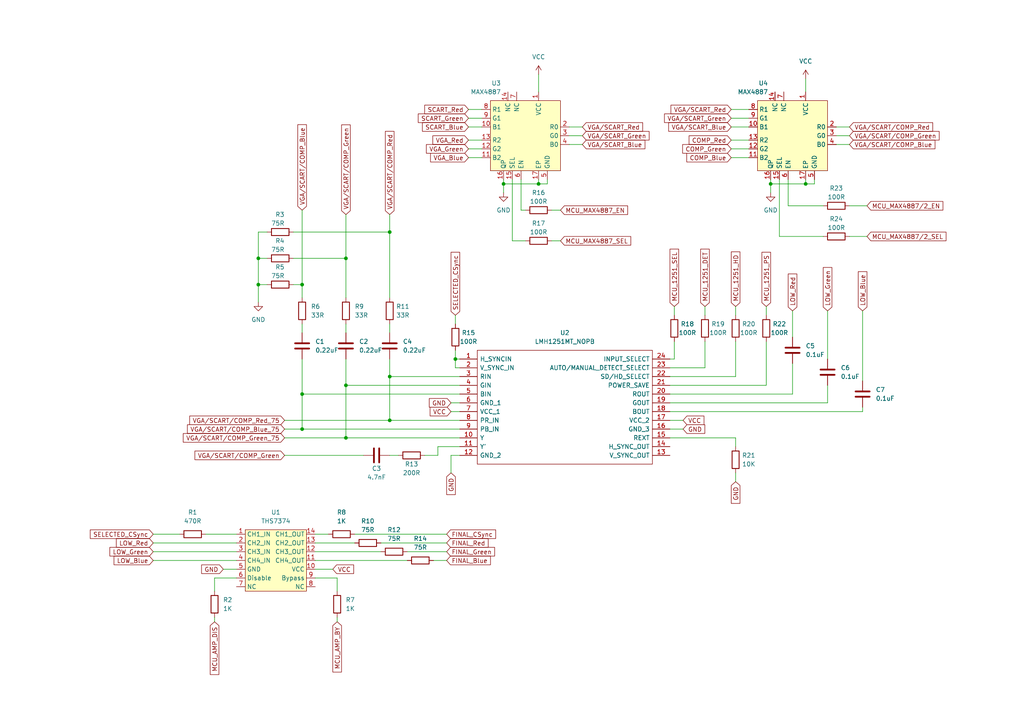
<source format=kicad_sch>
(kicad_sch (version 20211123) (generator eeschema)
  (paper "A4")
  (title_block (title "RT5XP-EXP") (date "2023-04-07") (rev "V1.1") (company "Artjom Eske"))
  (lib_symbols
    (symbol "AE:MAX4887"
      (property "Reference" "U" (at -12.7 13.97 0))
      (property "Value" "MAX4887" (at -12.7 11.43 0))
      (symbol "MAX4887_0_1"
        (rectangle (start -10.16 10.16) (end 10.16 -10.16) (fill (type background)))
      )
      (symbol "MAX4887_1_1"
        (pin input line (at -3.81 12.7 270) (length 2.54) (name "VCC") (number "1"))
        (pin input line (at 12.7 2.54 180) (length 2.54) (name "B1") (number "10"))
        (pin input line (at 12.7 -6.35 180) (length 2.54) (name "B2") (number "11"))
        (pin input line (at 12.7 -3.81 180) (length 2.54) (name "G2") (number "12"))
        (pin input line (at 12.7 -1.27 180) (length 2.54) (name "R2") (number "13"))
        (pin input line (at 5.08 12.7 270) (length 2.54) (name "NC") (number "14"))
        (pin input line (at 3.81 -12.7 90) (length 2.54) (name "SEL") (number "15"))
        (pin input line (at 6.35 -12.7 90) (length 2.54) (name "QP") (number "16"))
        (pin input line (at -3.81 -12.7 90) (length 2.54) (name "EP") (number "17"))
        (pin input line (at -12.7 2.54 0) (length 2.54) (name "R0") (number "2"))
        (pin input line (at -12.7 0 0) (length 2.54) (name "G0") (number "3"))
        (pin input line (at -12.7 -2.54 0) (length 2.54) (name "B0") (number "4"))
        (pin input line (at -6.35 -12.7 90) (length 2.54) (name "GND") (number "5"))
        (pin input line (at 1.27 -12.7 90) (length 2.54) (name "EN") (number "6"))
        (pin input line (at 2.54 12.7 270) (length 2.54) (name "NC") (number "7"))
        (pin input line (at 12.7 7.62 180) (length 2.54) (name "R1") (number "8"))
        (pin input line (at 12.7 5.08 180) (length 2.54) (name "G1") (number "9"))
      )
    )
    (symbol "AE:THS7374"
      (property "Reference" "U" (at 0 12.065 0))
      (property "Value" "THS7374" (at 0 10.16 0))
      (symbol "THS7374_0_1"
        (rectangle (start -8.89 8.89) (end 8.89 -8.89) (fill (type background)))
      )
      (symbol "THS7374_1_1"
        (pin input line (at -11.43 7.62 0) (length 2.54) (name "CH1_IN") (number "1"))
        (pin input line (at 11.43 -2.54 180) (length 2.54) (name "VCC") (number "10"))
        (pin output line (at 11.43 0 180) (length 2.54) (name "CH4_OUT") (number "11"))
        (pin output line (at 11.43 2.54 180) (length 2.54) (name "CH3_OUT") (number "12"))
        (pin output line (at 11.43 5.08 180) (length 2.54) (name "CH2_OUT") (number "13"))
        (pin output line (at 11.43 7.62 180) (length 2.54) (name "CH1_OUT") (number "14"))
        (pin input line (at -11.43 5.08 0) (length 2.54) (name "CH2_IN") (number "2"))
        (pin input line (at -11.43 2.54 0) (length 2.54) (name "CH3_IN") (number "3"))
        (pin input line (at -11.43 0 0) (length 2.54) (name "CH4_IN") (number "4"))
        (pin input line (at -11.43 -2.54 0) (length 2.54) (name "GND") (number "5"))
        (pin input line (at -11.43 -5.08 0) (length 2.54) (name "Disable") (number "6"))
        (pin input line (at -11.43 -7.62 0) (length 2.54) (name "NC") (number "7"))
        (pin input line (at 11.43 -7.62 180) (length 2.54) (name "NC") (number "8"))
        (pin input line (at 11.43 -5.08 180) (length 2.54) (name "Bypass") (number "9"))
      )
    )
    (symbol "Device:C" (pin_numbers hide) (pin_names (offset 0.254))
      (property "Reference" "C" (at 0.635 2.54 0))
      (property "Value" "C" (at 0.635 -2.54 0))
      (symbol "C_0_1"
        (polyline (pts (xy -2.032 -0.762) (xy 2.032 -0.762)) (stroke (width 0.508)))
        (polyline (pts (xy -2.032 0.762) (xy 2.032 0.762)) (stroke (width 0.508)))
      )
      (symbol "C_1_1"
        (pin passive line (at 0 3.81 270) (length 2.794) (name "~") (number "1"))
        (pin passive line (at 0 -3.81 90) (length 2.794) (name "~") (number "2"))
      )
    )
    (symbol "Device:R" (pin_numbers hide) (pin_names (offset 0))
      (property "Reference" "R" (at 2.032 0 90))
      (property "Value" "R" (at 0 0 90))
      (symbol "R_0_1"
        (rectangle (start -1.016 -2.54) (end 1.016 2.54) (stroke (width 0.254)))
      )
      (symbol "R_1_1"
        (pin passive line (at 0 3.81 270) (length 1.27) (name "~") (number "1"))
        (pin passive line (at 0 -3.81 90) (length 1.27) (name "~") (number "2"))
      )
    )
    (symbol "LMH1251:LMH1251MT_NOPB" (pin_names (offset 0.762))
      (property "Reference" "U" (at 30.48 7.62 0))
      (property "Value" "LMH1251MT_NOPB" (at 30.48 5.08 0))
      (symbol "LMH1251MT_NOPB_0_0"
        (pin passive line (at 0 0 0) (length 5.08) (name "H_SYNCIN") (number "1"))
        (pin passive line (at 0 -22.86 0) (length 5.08) (name "Y") (number "10"))
        (pin passive line (at 0 -25.4 0) (length 5.08) (name "Y'") (number "11"))
        (pin passive line (at 0 -27.94 0) (length 5.08) (name "GND_2") (number "12"))
        (pin passive line (at 60.96 -27.94 180) (length 5.08) (name "V_SYNC_OUT") (number "13"))
        (pin passive line (at 60.96 -25.4 180) (length 5.08) (name "H_SYNC_OUT") (number "14"))
        (pin passive line (at 60.96 -22.86 180) (length 5.08) (name "REXT") (number "15"))
        (pin passive line (at 60.96 -20.32 180) (length 5.08) (name "GND_3") (number "16"))
        (pin passive line (at 60.96 -17.78 180) (length 5.08) (name "VCC_2") (number "17"))
        (pin passive line (at 60.96 -15.24 180) (length 5.08) (name "BOUT") (number "18"))
        (pin passive line (at 60.96 -12.7 180) (length 5.08) (name "GOUT") (number "19"))
        (pin passive line (at 0 -2.54 0) (length 5.08) (name "V_SYNC_IN") (number "2"))
        (pin passive line (at 60.96 -10.16 180) (length 5.08) (name "ROUT") (number "20"))
        (pin passive line (at 60.96 -7.62 180) (length 5.08) (name "POWER_SAVE") (number "21"))
        (pin passive line (at 60.96 -5.08 180) (length 5.08) (name "SD/HD_SELECT~{}") (number "22"))
        (pin passive line (at 60.96 -2.54 180) (length 5.08) (name "AUTO/MANUAL_DETECT_SELECT") (number "23"))
        (pin passive line (at 60.96 0 180) (length 5.08) (name "INPUT_SELECT") (number "24"))
        (pin passive line (at 0 -5.08 0) (length 5.08) (name "RIN") (number "3"))
        (pin passive line (at 0 -7.62 0) (length 5.08) (name "GIN") (number "4"))
        (pin passive line (at 0 -10.16 0) (length 5.08) (name "BIN") (number "5"))
        (pin passive line (at 0 -12.7 0) (length 5.08) (name "GND_1") (number "6"))
        (pin passive line (at 0 -15.24 0) (length 5.08) (name "VCC_1") (number "7"))
        (pin passive line (at 0 -17.78 0) (length 5.08) (name "PR_IN") (number "8"))
        (pin passive line (at 0 -20.32 0) (length 5.08) (name "PB_IN") (number "9"))
      )
      (symbol "LMH1251MT_NOPB_0_1"
        (polyline (pts (xy 5.08 2.54) (xy 55.88 2.54) (xy 55.88 -30.48) (xy 5.08 -30.48) (xy 5.08 2.54)) (stroke (width 0.1524)))
      )
    )
    (symbol "power:GND" (power) (pin_names (offset 0))
      (property "Value" "GND" (at 0 -3.81 0))
      (symbol "GND_0_1"
        (polyline (pts (xy 0 0) (xy 0 -1.27) (xy 1.27 -1.27) (xy 0 -2.54) (xy -1.27 -1.27) (xy 0 -1.27)))
      )
      (symbol "GND_1_1"
        (pin power_in line (at 0 0 270) (length 0) hide (name "GND") (number "1"))
      )
    )
    (symbol "power:VCC" (power) (pin_names (offset 0))
      (property "Value" "VCC" (at 0 3.81 0))
      (symbol "VCC_0_1"
        (polyline (pts (xy -0.762 1.27) (xy 0 2.54)))
        (polyline (pts (xy 0 0) (xy 0 2.54)))
        (polyline (pts (xy 0 2.54) (xy 0.762 1.27)))
      )
      (symbol "VCC_1_1"
        (pin power_in line (at 0 0 90) (length 0) hide (name "VCC") (number "1"))
      )
    )
  )
  (junction (at 74.93 82.55))
  (junction (at 233.68 53.34))
  (junction (at 87.63 114.3))
  (junction (at 132.08 104.14))
  (junction (at 223.52 53.34))
  (junction (at 100.33 74.93))
  (junction (at 74.93 74.93))
  (junction (at 146.05 53.34))
  (junction (at 100.33 127))
  (junction (at 87.63 124.46))
  (junction (at 156.21 53.34))
  (junction (at 100.33 111.76))
  (junction (at 113.03 121.92))
  (junction (at 113.03 67.31))
  (junction (at 113.03 109.22))
  (junction (at 87.63 82.55))
  (wire (pts (xy 97.79 167.64) (xy 97.79 171.45)))
  (wire (pts (xy 113.03 93.98) (xy 113.03 96.52)))
  (wire (pts (xy 246.38 39.37) (xy 242.57 39.37)))
  (wire (pts (xy 148.59 52.07) (xy 148.59 69.85)))
  (wire (pts (xy 129.54 160.02) (xy 118.11 160.02)))
  (wire (pts (xy 100.33 127) (xy 133.35 127)))
  (wire (pts (xy 113.03 104.14) (xy 113.03 109.22)))
  (wire (pts (xy 229.87 90.17) (xy 229.87 97.79)))
  (wire (pts (xy 194.31 109.22) (xy 213.36 109.22)))
  (wire (pts (xy 100.33 86.36) (xy 100.33 74.93)))
  (wire (pts (xy 135.89 34.29) (xy 139.7 34.29)))
  (wire (pts (xy 133.35 119.38) (xy 130.81 119.38)))
  (wire (pts (xy 212.09 31.75) (xy 217.17 31.75)))
  (wire (pts (xy 204.47 88.9) (xy 204.47 91.44)))
  (wire (pts (xy 113.03 132.08) (xy 115.57 132.08)))
  (wire (pts (xy 194.31 119.38) (xy 250.19 119.38)))
  (wire (pts (xy 82.55 121.92) (xy 113.03 121.92)))
  (wire (pts (xy 74.93 67.31) (xy 74.93 74.93)))
  (wire (pts (xy 130.81 116.84) (xy 133.35 116.84)))
  (wire (pts (xy 212.09 36.83) (xy 217.17 36.83)))
  (wire (pts (xy 194.31 106.68) (xy 204.47 106.68)))
  (wire (pts (xy 251.46 59.69) (xy 246.38 59.69)))
  (wire (pts (xy 127 129.54) (xy 127 132.08)))
  (wire (pts (xy 228.6 52.07) (xy 228.6 59.69)))
  (wire (pts (xy 168.91 36.83) (xy 165.1 36.83)))
  (wire (pts (xy 100.33 111.76) (xy 100.33 127)))
  (wire (pts (xy 82.55 127) (xy 100.33 127)))
  (wire (pts (xy 223.52 52.07) (xy 223.52 53.34)))
  (wire (pts (xy 158.75 53.34) (xy 158.75 52.07)))
  (wire (pts (xy 194.31 127) (xy 213.36 127)))
  (wire (pts (xy 146.05 52.07) (xy 146.05 53.34)))
  (wire (pts (xy 194.31 111.76) (xy 222.25 111.76)))
  (wire (pts (xy 85.09 67.31) (xy 113.03 67.31)))
  (wire (pts (xy 113.03 109.22) (xy 133.35 109.22)))
  (wire (pts (xy 135.89 43.18) (xy 139.7 43.18)))
  (wire (pts (xy 212.09 40.64) (xy 217.17 40.64)))
  (wire (pts (xy 62.23 167.64) (xy 68.58 167.64)))
  (wire (pts (xy 156.21 53.34) (xy 158.75 53.34)))
  (wire (pts (xy 233.68 53.34) (xy 236.22 53.34)))
  (wire (pts (xy 250.19 90.17) (xy 250.19 110.49)))
  (wire (pts (xy 168.91 39.37) (xy 165.1 39.37)))
  (wire (pts (xy 213.36 139.7) (xy 213.36 137.16)))
  (wire (pts (xy 133.35 106.68) (xy 132.08 106.68)))
  (wire (pts (xy 113.03 67.31) (xy 113.03 86.36)))
  (wire (pts (xy 113.03 109.22) (xy 113.03 121.92)))
  (wire (pts (xy 44.45 160.02) (xy 68.58 160.02)))
  (wire (pts (xy 87.63 114.3) (xy 87.63 124.46)))
  (wire (pts (xy 87.63 93.98) (xy 87.63 96.52)))
  (wire (pts (xy 223.52 53.34) (xy 233.68 53.34)))
  (wire (pts (xy 44.45 162.56) (xy 68.58 162.56)))
  (wire (pts (xy 228.6 59.69) (xy 238.76 59.69)))
  (wire (pts (xy 135.89 45.72) (xy 139.7 45.72)))
  (wire (pts (xy 194.31 121.92) (xy 198.12 121.92)))
  (wire (pts (xy 113.03 62.23) (xy 113.03 67.31)))
  (wire (pts (xy 240.03 90.17) (xy 240.03 104.14)))
  (wire (pts (xy 113.03 121.92) (xy 133.35 121.92)))
  (wire (pts (xy 148.59 69.85) (xy 152.4 69.85)))
  (wire (pts (xy 100.33 111.76) (xy 133.35 111.76)))
  (wire (pts (xy 100.33 62.23) (xy 100.33 74.93)))
  (wire (pts (xy 212.09 34.29) (xy 217.17 34.29)))
  (wire (pts (xy 151.13 52.07) (xy 151.13 60.96)))
  (wire (pts (xy 97.79 180.34) (xy 97.79 179.07)))
  (wire (pts (xy 146.05 53.34) (xy 156.21 53.34)))
  (wire (pts (xy 130.81 137.16) (xy 130.81 132.08)))
  (wire (pts (xy 127 129.54) (xy 133.35 129.54)))
  (wire (pts (xy 194.31 114.3) (xy 229.87 114.3)))
  (wire (pts (xy 195.58 88.9) (xy 195.58 91.44)))
  (wire (pts (xy 162.56 69.85) (xy 160.02 69.85)))
  (wire (pts (xy 229.87 105.41) (xy 229.87 114.3)))
  (wire (pts (xy 250.19 119.38) (xy 250.19 118.11)))
  (wire (pts (xy 135.89 40.64) (xy 139.7 40.64)))
  (wire (pts (xy 64.77 165.1) (xy 68.58 165.1)))
  (wire (pts (xy 213.36 127) (xy 213.36 129.54)))
  (wire (pts (xy 222.25 111.76) (xy 222.25 99.06)))
  (wire (pts (xy 226.06 68.58) (xy 238.76 68.58)))
  (wire (pts (xy 132.08 101.6) (xy 132.08 104.14)))
  (wire (pts (xy 233.68 52.07) (xy 233.68 53.34)))
  (wire (pts (xy 246.38 36.83) (xy 242.57 36.83)))
  (wire (pts (xy 194.31 116.84) (xy 240.03 116.84)))
  (wire (pts (xy 59.69 154.94) (xy 68.58 154.94)))
  (wire (pts (xy 195.58 99.06) (xy 195.58 104.14)))
  (wire (pts (xy 127 132.08) (xy 123.19 132.08)))
  (wire (pts (xy 62.23 171.45) (xy 62.23 167.64)))
  (wire (pts (xy 87.63 86.36) (xy 87.63 82.55)))
  (wire (pts (xy 129.54 157.48) (xy 110.49 157.48)))
  (wire (pts (xy 44.45 157.48) (xy 68.58 157.48)))
  (wire (pts (xy 87.63 124.46) (xy 133.35 124.46)))
  (wire (pts (xy 151.13 60.96) (xy 152.4 60.96)))
  (wire (pts (xy 74.93 82.55) (xy 77.47 82.55)))
  (wire (pts (xy 212.09 43.18) (xy 217.17 43.18)))
  (wire (pts (xy 44.45 154.94) (xy 52.07 154.94)))
  (wire (pts (xy 74.93 87.63) (xy 74.93 82.55)))
  (wire (pts (xy 194.31 124.46) (xy 198.12 124.46)))
  (wire (pts (xy 236.22 53.34) (xy 236.22 52.07)))
  (wire (pts (xy 96.52 165.1) (xy 91.44 165.1)))
  (wire (pts (xy 129.54 162.56) (xy 125.73 162.56)))
  (wire (pts (xy 162.56 60.96) (xy 160.02 60.96)))
  (wire (pts (xy 95.25 154.94) (xy 91.44 154.94)))
  (wire (pts (xy 74.93 74.93) (xy 77.47 74.93)))
  (wire (pts (xy 62.23 180.34) (xy 62.23 179.07)))
  (wire (pts (xy 100.33 104.14) (xy 100.33 111.76)))
  (wire (pts (xy 91.44 167.64) (xy 97.79 167.64)))
  (wire (pts (xy 213.36 88.9) (xy 213.36 91.44)))
  (wire (pts (xy 240.03 116.84) (xy 240.03 111.76)))
  (wire (pts (xy 233.68 22.86) (xy 233.68 26.67)))
  (wire (pts (xy 213.36 109.22) (xy 213.36 99.06)))
  (wire (pts (xy 168.91 41.91) (xy 165.1 41.91)))
  (wire (pts (xy 87.63 104.14) (xy 87.63 114.3)))
  (wire (pts (xy 82.55 132.08) (xy 105.41 132.08)))
  (wire (pts (xy 87.63 60.96) (xy 87.63 82.55)))
  (wire (pts (xy 91.44 160.02) (xy 110.49 160.02)))
  (wire (pts (xy 132.08 104.14) (xy 133.35 104.14)))
  (wire (pts (xy 251.46 68.58) (xy 246.38 68.58)))
  (wire (pts (xy 135.89 31.75) (xy 139.7 31.75)))
  (wire (pts (xy 74.93 74.93) (xy 74.93 82.55)))
  (wire (pts (xy 82.55 124.46) (xy 87.63 124.46)))
  (wire (pts (xy 146.05 53.34) (xy 146.05 55.88)))
  (wire (pts (xy 132.08 106.68) (xy 132.08 104.14)))
  (wire (pts (xy 135.89 36.83) (xy 139.7 36.83)))
  (wire (pts (xy 100.33 74.93) (xy 85.09 74.93)))
  (wire (pts (xy 222.25 88.9) (xy 222.25 91.44)))
  (wire (pts (xy 132.08 91.44) (xy 132.08 93.98)))
  (wire (pts (xy 156.21 21.59) (xy 156.21 26.67)))
  (wire (pts (xy 246.38 41.91) (xy 242.57 41.91)))
  (wire (pts (xy 226.06 52.07) (xy 226.06 68.58)))
  (wire (pts (xy 87.63 82.55) (xy 85.09 82.55)))
  (wire (pts (xy 129.54 154.94) (xy 102.87 154.94)))
  (wire (pts (xy 212.09 45.72) (xy 217.17 45.72)))
  (wire (pts (xy 194.31 104.14) (xy 195.58 104.14)))
  (wire (pts (xy 204.47 106.68) (xy 204.47 99.06)))
  (wire (pts (xy 87.63 114.3) (xy 133.35 114.3)))
  (wire (pts (xy 91.44 157.48) (xy 102.87 157.48)))
  (wire (pts (xy 91.44 162.56) (xy 118.11 162.56)))
  (wire (pts (xy 77.47 67.31) (xy 74.93 67.31)))
  (wire (pts (xy 130.81 132.08) (xy 133.35 132.08)))
  (wire (pts (xy 223.52 53.34) (xy 223.52 55.88)))
  (wire (pts (xy 156.21 52.07) (xy 156.21 53.34)))
  (wire (pts (xy 100.33 93.98) (xy 100.33 96.52)))
  (global_label "MCU_MAX4887_EN" (shape input) (at 162.56 60.96 0) (property "Intersheet References" "${INTERSHEET_REFS}" (effects hide)))
  (global_label "VGA{slash}SCART{slash}COMP_Red_75" (shape input) (at 82.55 121.92 180) (property "Intersheet References" "${INTERSHEET_REFS}" (effects hide)))
  (global_label "VGA{slash}SCART{slash}COMP_Green" (shape input) (at 100.33 62.23 90) (property "Intersheet References" "${INTERSHEET_REFS}" (effects hide)))
  (global_label "VGA_Green" (shape input) (at 135.89 43.18 180) (property "Intersheet References" "${INTERSHEET_REFS}" (effects hide)))
  (global_label "MCU_MAX4887_SEL" (shape input) (at 162.56 69.85 0) (property "Intersheet References" "${INTERSHEET_REFS}" (effects hide)))
  (global_label "GND" (shape input) (at 64.77 165.1 180) (property "Intersheet References" "${INTERSHEET_REFS}" (effects hide)))
  (global_label "COMP_Red" (shape input) (at 212.09 40.64 180) (property "Intersheet References" "${INTERSHEET_REFS}" (effects hide)))
  (global_label "VGA{slash}SCART_Red" (shape input) (at 212.09 31.75 180) (property "Intersheet References" "${INTERSHEET_REFS}" (effects hide)))
  (global_label "LOW_Red" (shape input) (at 229.87 90.17 90) (property "Intersheet References" "${INTERSHEET_REFS}" (effects hide)))
  (global_label "VGA{slash}SCART{slash}COMP_Red" (shape input) (at 246.38 36.83 0) (property "Intersheet References" "${INTERSHEET_REFS}" (effects hide)))
  (global_label "MCU_AMP_BY" (shape input) (at 97.79 180.34 270) (property "Intersheet References" "${INTERSHEET_REFS}" (effects hide)))
  (global_label "VGA{slash}SCART{slash}COMP_Green" (shape input) (at 82.55 132.08 180) (property "Intersheet References" "${INTERSHEET_REFS}" (effects hide)))
  (global_label "MCU_1251_HD" (shape input) (at 213.36 88.9 90) (property "Intersheet References" "${INTERSHEET_REFS}" (effects hide)))
  (global_label "VGA{slash}SCART_Red" (shape input) (at 168.91 36.83 0) (property "Intersheet References" "${INTERSHEET_REFS}" (effects hide)))
  (global_label "VGA_Blue" (shape input) (at 135.89 45.72 180) (property "Intersheet References" "${INTERSHEET_REFS}" (effects hide)))
  (global_label "SELECTED_CSync" (shape input) (at 44.45 154.94 180) (property "Intersheet References" "${INTERSHEET_REFS}" (effects hide)))
  (global_label "VGA{slash}SCART{slash}COMP_Blue" (shape input) (at 246.38 41.91 0) (property "Intersheet References" "${INTERSHEET_REFS}" (effects hide)))
  (global_label "COMP_Blue" (shape input) (at 212.09 45.72 180) (property "Intersheet References" "${INTERSHEET_REFS}" (effects hide)))
  (global_label "VGA{slash}SCART{slash}COMP_Red" (shape input) (at 113.03 62.23 90) (property "Intersheet References" "${INTERSHEET_REFS}" (effects hide)))
  (global_label "MCU_MAX4887{slash}2_EN" (shape input) (at 251.46 59.69 0) (property "Intersheet References" "${INTERSHEET_REFS}" (effects hide)))
  (global_label "SCART_Blue" (shape input) (at 135.89 36.83 180) (property "Intersheet References" "${INTERSHEET_REFS}" (effects hide)))
  (global_label "VCC" (shape input) (at 96.52 165.1 0) (property "Intersheet References" "${INTERSHEET_REFS}" (effects hide)))
  (global_label "SCART_Green" (shape input) (at 135.89 34.29 180) (property "Intersheet References" "${INTERSHEET_REFS}" (effects hide)))
  (global_label "VCC" (shape input) (at 198.12 121.92 0) (property "Intersheet References" "${INTERSHEET_REFS}" (effects hide)))
  (global_label "MCU_1251_DET" (shape input) (at 204.47 88.9 90) (property "Intersheet References" "${INTERSHEET_REFS}" (effects hide)))
  (global_label "MCU_MAX4887{slash}2_SEL" (shape input) (at 251.46 68.58 0) (property "Intersheet References" "${INTERSHEET_REFS}" (effects hide)))
  (global_label "FINAL_Green" (shape input) (at 129.54 160.02 0) (property "Intersheet References" "${INTERSHEET_REFS}" (effects hide)))
  (global_label "VGA{slash}SCART_Green" (shape input) (at 212.09 34.29 180) (property "Intersheet References" "${INTERSHEET_REFS}" (effects hide)))
  (global_label "VGA_Red" (shape input) (at 135.89 40.64 180) (property "Intersheet References" "${INTERSHEET_REFS}" (effects hide)))
  (global_label "FINAL_Red" (shape input) (at 129.54 157.48 0) (property "Intersheet References" "${INTERSHEET_REFS}" (effects hide)))
  (global_label "VGA{slash}SCART{slash}COMP_Blue" (shape input) (at 87.63 60.96 90) (property "Intersheet References" "${INTERSHEET_REFS}" (effects hide)))
  (global_label "GND" (shape input) (at 213.36 139.7 270) (property "Intersheet References" "${INTERSHEET_REFS}" (effects hide)))
  (global_label "LOW_Red" (shape input) (at 44.45 157.48 180) (property "Intersheet References" "${INTERSHEET_REFS}" (effects hide)))
  (global_label "LOW_Green" (shape input) (at 44.45 160.02 180) (property "Intersheet References" "${INTERSHEET_REFS}" (effects hide)))
  (global_label "MCU_1251_SEL" (shape input) (at 195.58 88.9 90) (property "Intersheet References" "${INTERSHEET_REFS}" (effects hide)))
  (global_label "MCU_1251_PS" (shape input) (at 222.25 88.9 90) (property "Intersheet References" "${INTERSHEET_REFS}" (effects hide)))
  (global_label "GND" (shape input) (at 198.12 124.46 0) (property "Intersheet References" "${INTERSHEET_REFS}" (effects hide)))
  (global_label "FINAL_CSync" (shape input) (at 129.54 154.94 0) (property "Intersheet References" "${INTERSHEET_REFS}" (effects hide)))
  (global_label "LOW_Blue" (shape input) (at 44.45 162.56 180) (property "Intersheet References" "${INTERSHEET_REFS}" (effects hide)))
  (global_label "SCART_Red" (shape input) (at 135.89 31.75 180) (property "Intersheet References" "${INTERSHEET_REFS}" (effects hide)))
  (global_label "COMP_Green" (shape input) (at 212.09 43.18 180) (property "Intersheet References" "${INTERSHEET_REFS}" (effects hide)))
  (global_label "GND" (shape input) (at 130.81 116.84 180) (property "Intersheet References" "${INTERSHEET_REFS}" (effects hide)))
  (global_label "SELECTED_CSync" (shape input) (at 132.08 91.44 90) (property "Intersheet References" "${INTERSHEET_REFS}" (effects hide)))
  (global_label "GND" (shape input) (at 130.81 137.16 270) (property "Intersheet References" "${INTERSHEET_REFS}" (effects hide)))
  (global_label "FINAL_Blue" (shape input) (at 129.54 162.56 0) (property "Intersheet References" "${INTERSHEET_REFS}" (effects hide)))
  (global_label "LOW_Blue" (shape input) (at 250.19 90.17 90) (property "Intersheet References" "${INTERSHEET_REFS}" (effects hide)))
  (global_label "VGA{slash}SCART_Blue" (shape input) (at 212.09 36.83 180) (property "Intersheet References" "${INTERSHEET_REFS}" (effects hide)))
  (global_label "VGA{slash}SCART{slash}COMP_Blue_75" (shape input) (at 82.55 124.46 180) (property "Intersheet References" "${INTERSHEET_REFS}" (effects hide)))
  (global_label "LOW_Green" (shape input) (at 240.03 90.17 90) (property "Intersheet References" "${INTERSHEET_REFS}" (effects hide)))
  (global_label "VCC" (shape input) (at 130.81 119.38 180) (property "Intersheet References" "${INTERSHEET_REFS}" (effects hide)))
  (global_label "VGA{slash}SCART_Green" (shape input) (at 168.91 39.37 0) (property "Intersheet References" "${INTERSHEET_REFS}" (effects hide)))
  (global_label "VGA{slash}SCART_Blue" (shape input) (at 168.91 41.91 0) (property "Intersheet References" "${INTERSHEET_REFS}" (effects hide)))
  (global_label "VGA{slash}SCART{slash}COMP_Green" (shape input) (at 246.38 39.37 0) (property "Intersheet References" "${INTERSHEET_REFS}" (effects hide)))
  (global_label "VGA{slash}SCART{slash}COMP_Green_75" (shape input) (at 82.55 127 180) (property "Intersheet References" "${INTERSHEET_REFS}" (effects hide)))
  (global_label "MCU_AMP_DIS" (shape input) (at 62.23 180.34 270) (property "Intersheet References" "${INTERSHEET_REFS}" (effects hide)))
  (symbol (lib_id "Device:R") (at 99.06 154.94 90) (unit 1)
    (property "Reference" "R8" (at 99.06 148.59 90))
    (property "Value" "1K" (at 99.06 151.13 90))
    (property "Footprint" "Resistor_SMD:R_0603_1608Metric" (effects hide))
  )
  (symbol (lib_id "Device:R") (at 204.47 95.25 180) (unit 1)
    (property "Reference" "R19" (at 208.28 93.98 0))
    (property "Value" "100R" (at 208.28 96.52 0))
    (property "Footprint" "Resistor_SMD:R_0603_1608Metric" (effects hide))
  )
  (symbol (lib_id "Device:R") (at 121.92 162.56 90) (unit 1)
    (property "Reference" "R14" (at 121.92 156.21 90))
    (property "Value" "75R" (at 121.92 158.75 90))
    (property "Footprint" "Resistor_SMD:R_0603_1608Metric" (effects hide))
  )
  (symbol (lib_id "Device:R") (at 113.03 90.17 0) (unit 1)
    (property "Reference" "R11" (at 116.84 88.9 0))
    (property "Value" "33R" (at 116.84 91.44 0))
    (property "Footprint" "Resistor_SMD:R_0603_1608Metric" (effects hide))
  )
  (symbol (lib_id "Device:R") (at 242.57 59.69 270) (unit 1)
    (property "Reference" "R23" (at 242.57 54.61 90))
    (property "Value" "100R" (at 242.57 57.15 90))
    (property "Footprint" "Resistor_SMD:R_0603_1608Metric" (effects hide))
  )
  (symbol (lib_id "power:GND") (at 74.93 87.63 0) (unit 1)
    (property "Reference" "#PWR01" (effects hide))
    (property "Value" "GND" (at 74.93 92.71 0))
  )
  (symbol (lib_id "Device:R") (at 213.36 133.35 180) (unit 1)
    (property "Reference" "R21" (at 217.17 132.08 0))
    (property "Value" "10K" (at 217.17 134.62 0))
    (property "Footprint" "Resistor_SMD:R_0603_1608Metric" (effects hide))
  )
  (symbol (lib_id "Device:C") (at 250.19 114.3 180) (unit 1)
    (property "Reference" "C7" (at 254 113.0299 0) (effects (justify right)))
    (property "Value" "0.1uF" (at 254 115.57 0) (effects (justify right)))
    (property "Footprint" "Capacitor_SMD:C_0603_1608Metric" (effects hide))
  )
  (symbol (lib_id "Device:R") (at 81.28 74.93 270) (unit 1)
    (property "Reference" "R4" (at 82.55 69.85 90) (effects (justify right)))
    (property "Value" "75R" (at 82.55 72.39 90) (effects (justify right)))
    (property "Footprint" "Resistor_SMD:R_0603_1608Metric" (effects hide))
  )
  (symbol (lib_id "Device:C") (at 109.22 132.08 90) (unit 1)
    (property "Reference" "C3" (at 109.22 135.89 90))
    (property "Value" "4.7nF" (at 109.22 138.43 90))
    (property "Footprint" "Capacitor_SMD:C_0603_1608Metric" (effects hide))
  )
  (symbol (lib_id "AE:MAX4887") (at 229.87 39.37 0) (mirror y) (unit 1)
    (property "Reference" "U4" (at 222.7706 24.13 0) (effects (justify left)))
    (property "Value" "MAX4887" (at 222.7706 26.67 0) (effects (justify left)))
    (property "Footprint" "Package_DFN_QFN:TQFN-16-1EP_3x3mm_P0.5mm_EP1.23x1.23mm" (effects hide))
  )
  (symbol (lib_id "power:GND") (at 146.05 55.88 0) (unit 1)
    (property "Reference" "#PWR02" (effects hide))
    (property "Value" "GND" (at 146.05 60.96 0))
  )
  (symbol (lib_id "Device:R") (at 114.3 160.02 90) (unit 1)
    (property "Reference" "R12" (at 114.3 153.67 90))
    (property "Value" "75R" (at 114.3 156.21 90))
    (property "Footprint" "Resistor_SMD:R_0603_1608Metric" (effects hide))
  )
  (symbol (lib_id "Device:C") (at 113.03 100.33 180) (unit 1)
    (property "Reference" "C4" (at 116.84 99.0599 0) (effects (justify right)))
    (property "Value" "0.22uF" (at 116.84 101.5999 0) (effects (justify right)))
    (property "Footprint" "Capacitor_SMD:C_0603_1608Metric" (effects hide))
  )
  (symbol (lib_id "Device:C") (at 100.33 100.33 180) (unit 1)
    (property "Reference" "C2" (at 104.14 99.0599 0) (effects (justify right)))
    (property "Value" "0.22uF" (at 104.14 101.5999 0) (effects (justify right)))
    (property "Footprint" "Capacitor_SMD:C_0603_1608Metric" (effects hide))
  )
  (symbol (lib_id "AE:MAX4887") (at 152.4 39.37 0) (mirror y) (unit 1)
    (property "Reference" "U3" (at 145.3006 24.13 0) (effects (justify left)))
    (property "Value" "MAX4887" (at 145.3006 26.67 0) (effects (justify left)))
    (property "Footprint" "Package_DFN_QFN:TQFN-16-1EP_3x3mm_P0.5mm_EP1.23x1.23mm" (effects hide))
  )
  (symbol (lib_id "Device:R") (at 213.36 95.25 180) (unit 1)
    (property "Reference" "R20" (at 217.17 93.98 0))
    (property "Value" "100R" (at 217.17 96.52 0))
    (property "Footprint" "Resistor_SMD:R_0603_1608Metric" (effects hide))
  )
  (symbol (lib_id "Device:R") (at 81.28 82.55 270) (unit 1)
    (property "Reference" "R5" (at 82.55 77.47 90) (effects (justify right)))
    (property "Value" "75R" (at 82.55 80.01 90) (effects (justify right)))
    (property "Footprint" "Resistor_SMD:R_0603_1608Metric" (effects hide))
  )
  (symbol (lib_id "Device:R") (at 195.58 95.25 180) (unit 1)
    (property "Reference" "R18" (at 199.39 93.98 0))
    (property "Value" "100R" (at 199.39 96.52 0))
    (property "Footprint" "Resistor_SMD:R_0603_1608Metric" (effects hide))
  )
  (symbol (lib_id "Device:R") (at 100.33 90.17 180) (unit 1)
    (property "Reference" "R9" (at 102.87 88.9 0) (effects (justify right)))
    (property "Value" "33R" (at 102.87 91.44 0) (effects (justify right)))
    (property "Footprint" "Resistor_SMD:R_0603_1608Metric" (effects hide))
  )
  (symbol (lib_id "Device:R") (at 55.88 154.94 90) (unit 1)
    (property "Reference" "R1" (at 55.88 148.59 90))
    (property "Value" "470R" (at 55.88 151.13 90))
    (property "Footprint" "Resistor_SMD:R_0603_1608Metric" (effects hide))
  )
  (symbol (lib_id "Device:R") (at 222.25 95.25 180) (unit 1)
    (property "Reference" "R22" (at 226.06 93.98 0))
    (property "Value" "100R" (at 226.06 96.52 0))
    (property "Footprint" "Resistor_SMD:R_0603_1608Metric" (effects hide))
  )
  (symbol (lib_id "Device:R") (at 106.68 157.48 90) (unit 1)
    (property "Reference" "R10" (at 106.68 151.13 90))
    (property "Value" "75R" (at 106.68 153.67 90))
    (property "Footprint" "Resistor_SMD:R_0603_1608Metric" (effects hide))
  )
  (symbol (lib_id "power:GND") (at 223.52 55.88 0) (unit 1)
    (property "Reference" "#PWR04" (effects hide))
    (property "Value" "GND" (at 223.52 60.96 0))
  )
  (symbol (lib_id "Device:R") (at 87.63 90.17 180) (unit 1)
    (property "Reference" "R6" (at 90.17 88.8999 0) (effects (justify right)))
    (property "Value" "33R" (at 90.17 91.4399 0) (effects (justify right)))
    (property "Footprint" "Resistor_SMD:R_0603_1608Metric" (effects hide))
  )
  (symbol (lib_id "Device:R") (at 156.21 69.85 270) (unit 1)
    (property "Reference" "R17" (at 156.21 64.77 90))
    (property "Value" "100R" (at 156.21 67.31 90))
    (property "Footprint" "Resistor_SMD:R_0603_1608Metric" (effects hide))
  )
  (symbol (lib_id "power:VCC") (at 233.68 22.86 0) (unit 1)
    (property "Reference" "#PWR05" (effects hide))
    (property "Value" "VCC" (at 233.68 17.78 0))
  )
  (symbol (lib_id "Device:R") (at 62.23 175.26 180) (unit 1)
    (property "Reference" "R2" (at 66.04 173.99 0))
    (property "Value" "1K" (at 66.04 176.53 0))
    (property "Footprint" "Resistor_SMD:R_0603_1608Metric" (effects hide))
  )
  (symbol (lib_id "Device:R") (at 81.28 67.31 270) (unit 1)
    (property "Reference" "R3" (at 82.55 62.23 90) (effects (justify right)))
    (property "Value" "75R" (at 82.55 64.77 90) (effects (justify right)))
    (property "Footprint" "Resistor_SMD:R_0603_1608Metric" (effects hide))
  )
  (symbol (lib_id "Device:R") (at 97.79 175.26 180) (unit 1)
    (property "Reference" "R7" (at 101.6 173.99 0))
    (property "Value" "1K" (at 101.6 176.53 0))
    (property "Footprint" "Resistor_SMD:R_0603_1608Metric" (effects hide))
  )
  (symbol (lib_id "Device:R") (at 119.38 132.08 90) (unit 1)
    (property "Reference" "R13" (at 119.38 134.62 90))
    (property "Value" "200R" (at 119.38 137.16 90))
    (property "Footprint" "Resistor_SMD:R_0603_1608Metric" (effects hide))
  )
  (symbol (lib_id "Device:R") (at 156.21 60.96 270) (unit 1)
    (property "Reference" "R16" (at 156.21 55.88 90))
    (property "Value" "100R" (at 156.21 58.42 90))
    (property "Footprint" "Resistor_SMD:R_0603_1608Metric" (effects hide))
  )
  (symbol (lib_id "Device:R") (at 132.08 97.79 180) (unit 1)
    (property "Reference" "R15" (at 135.89 96.52 0))
    (property "Value" "100R" (at 135.89 99.06 0))
    (property "Footprint" "Resistor_SMD:R_0603_1608Metric" (effects hide))
  )
  (symbol (lib_id "Device:C") (at 240.03 107.95 180) (unit 1)
    (property "Reference" "C6" (at 243.84 106.6799 0) (effects (justify right)))
    (property "Value" "0.1uF" (at 243.84 109.22 0) (effects (justify right)))
    (property "Footprint" "Capacitor_SMD:C_0603_1608Metric" (effects hide))
  )
  (symbol (lib_id "AE:THS7374") (at 80.01 162.56 0) (unit 1)
    (property "Reference" "U1" (at 80.01 148.59 0))
    (property "Value" "THS7374" (at 80.01 151.13 0))
    (property "Footprint" "Package_SO:TSSOP-14_4.4x5mm_P0.65mm" (effects hide))
  )
  (symbol (lib_id "Device:C") (at 229.87 101.6 180) (unit 1)
    (property "Reference" "C5" (at 233.68 100.33 0) (effects (justify right)))
    (property "Value" "0.1uF" (at 233.68 102.87 0) (effects (justify right)))
    (property "Footprint" "Capacitor_SMD:C_0603_1608Metric" (effects hide))
  )
  (symbol (lib_id "LMH1251:LMH1251MT_NOPB") (at 133.35 104.14 0) (unit 1)
    (property "Reference" "U2" (at 163.83 96.52 0))
    (property "Value" "LMH1251MT_NOPB" (at 163.83 99.06 0))
    (property "Footprint" "Package_SO:TSSOP-24_4.4x7.8mm_P0.65mm" (effects hide))
    (property "Datasheet" "http://www.ti.com/lit/gpn/lmh1251" (effects hide))
    (property "Description" "YPbPr to RGBHV Converter and 2:1 Video Switch" (effects hide))
    (property "Height" "1.2" (effects hide))
    (property "Mouser Part Number" "926-LMH1251MT/NOPB" (effects hide))
    (property "Mouser Price/Stock" "https://www.mouser.co.uk/ProductDetail/Texas-Instruments/LMH1251MT-NOPB?qs=7lkVKPoqpbYwpv4EGL2IHA%3D%3D" (effects hide))
    (property "Manufacturer_Name" "Texas Instruments" (effects hide))
    (property "Manufacturer_Part_Number" "LMH1251MT/NOPB" (effects hide))
  )
  (symbol (lib_id "Device:C") (at 87.63 100.33 180) (unit 1)
    (property "Reference" "C1" (at 91.44 99.0599 0) (effects (justify right)))
    (property "Value" "0.22uF" (at 91.44 101.5999 0) (effects (justify right)))
    (property "Footprint" "Capacitor_SMD:C_0603_1608Metric" (effects hide))
  )
  (symbol (lib_id "Device:R") (at 242.57 68.58 270) (unit 1)
    (property "Reference" "R24" (at 242.57 63.5 90))
    (property "Value" "100R" (at 242.57 66.04 90))
    (property "Footprint" "Resistor_SMD:R_0603_1608Metric" (effects hide))
  )
  (symbol (lib_id "power:VCC") (at 156.21 21.59 0) (unit 1)
    (property "Reference" "#PWR03" (effects hide))
    (property "Value" "VCC" (at 156.21 16.51 0))
  )
)
</source>
